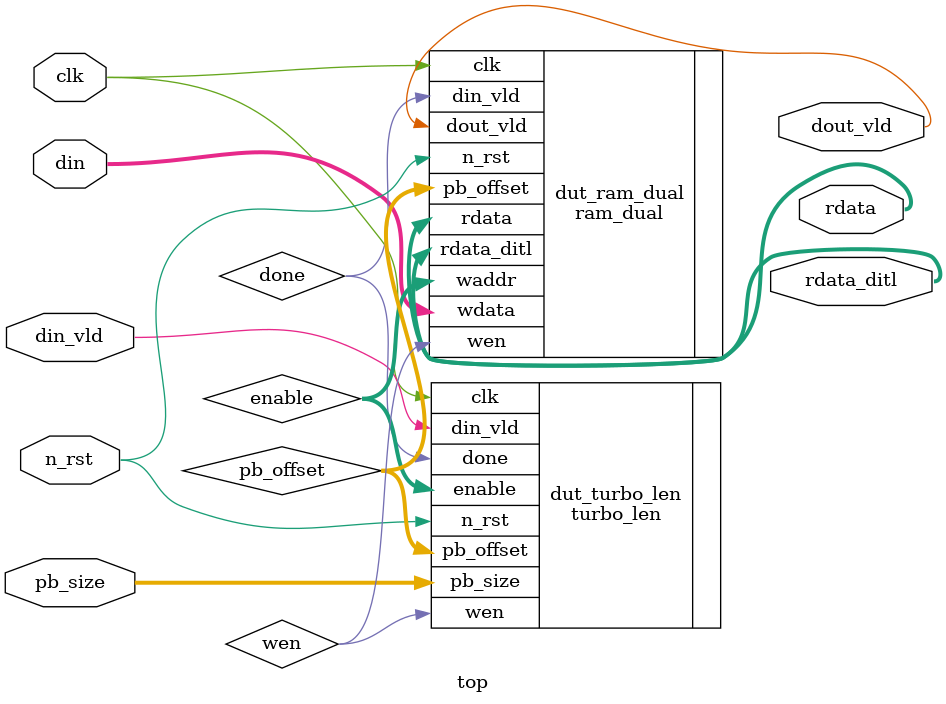
<source format=v>
`timescale 1ps/1ps
module top (
    input clk,
    input n_rst,
    input [1:0] pb_size,
    input [1:0] din,
    input din_vld,
    output [1:0] rdata,
    output [1:0] rdata_ditl,
    output dout_vld
);
    wire [11:0] enable;
    wire [11:0] pb_offset;
    wire wen;
    wire done;

    ram_dual dut_ram_dual (
        .clk(clk),
        .n_rst(n_rst),
        .wdata(din),
        .waddr(enable),
        .pb_offset(pb_offset),
        .rdata(rdata),
        .rdata_ditl(rdata_ditl),
        .wen(wen),
        .din_vld(done),
        .dout_vld(dout_vld)
    );

    turbo_len dut_turbo_len (
        .clk(clk),
        .n_rst(n_rst),
        .din_vld(din_vld),
        .pb_size(pb_size),
        .enable(enable),
        .pb_offset(pb_offset),
        .wen(wen),
        .done(done)
    );

endmodule
</source>
